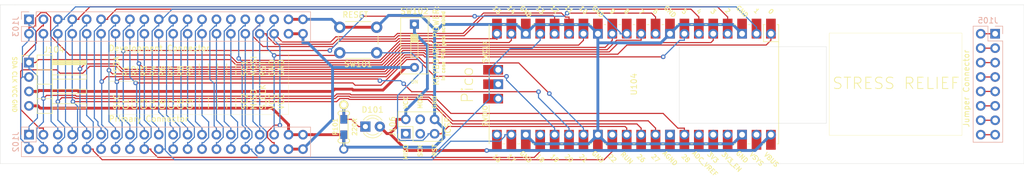
<source format=kicad_pcb>
(kicad_pcb (version 20221018) (generator pcbnew)
  (layers (0 "F.Cu" signal) (31 "B.Cu" signal) (34 "B.Paste" user) (35 "F.Paste" user) (36 "B.SilkS" user "B.Silkscreen") (37 "F.SilkS" user "F.Silkscreen") (38 "B.Mask" user) (39 "F.Mask" user) (44 "Edge.Cuts" user))
  (net 0 "")
  (net 1 "VCC")
  (net 2 "GND")
  (net 3 "Net-(D101-K)")
  (net 4 "VCC_RAW")
  (net 5 "SDA")
  (net 6 "SCL")
  (net 7 "SW_ROW1")
  (net 8 "SW_COL1")
  (net 9 "SW_ROW2")
  (net 10 "SW_COL2")
  (net 11 "SW_COL3")
  (net 12 "SW_COL4")
  (net 13 "SW_ROW5")
  (net 14 "SW_COL5")
  (net 15 "SW_ROW6")
  (net 16 "SW_COL6")
  (net 17 "SW_ROW7")
  (net 18 "SW_COL7")
  (net 19 "SW_ROW8")
  (net 20 "SW_COL8")
  (net 21 "SW_ROW9")
  (net 22 "SW_COL9")
  (net 23 "/DP21")
  (net 24 "/DP22")
  (net 25 "/DP23")
  (net 26 "/DP24")
  (net 27 "/DP25")
  (net 28 "/DP26")
  (net 29 "/DP27")
  (net 30 "/DP28")
  (net 31 "/DP29")
  (net 32 "/DP30")
  (net 33 "SPI_CS1")
  (net 34 "SPI_CS2")
  (net 35 "SPI_MOSI")
  (net 36 "SPI_MISO")
  (net 37 "RST")
  (net 38 "SPI_CLK")
  (net 39 "Net-(J105-Pin_1)")
  (net 40 "Net-(J105-Pin_3)")
  (net 41 "Net-(J105-Pin_5)")
  (net 42 "Net-(J105-Pin_7)")
  (net 43 "Net-(J105-Pin_10)")
  (net 44 "Net-(J105-Pin_11)")
  (net 45 "Net-(J105-Pin_13)")
  (net 46 "Net-(J105-Pin_15)")
  (net 47 "SW_ROW3")
  (net 48 "SW_ROW4")
  (net 58 "/MISO")
  (net 59 "/SCLK")
  (net 60 "/MOSI")
  (footprint "MountingHole:MountingHole_2.7mm" (layer "F.Cu") (at 184.15 201.316)
    (fp_text reference "H104" hide)
    (fp_text value "Stress Relief" hide)
  )
  (footprint "MountingHole:MountingHole_2.7mm" (layer "F.Cu") (at 175.514 201.316)
    (fp_text reference "H102" hide)
    (fp_text value "Stress Relief" hide)
  )
  (footprint "MountingHole:MountingHole_2.7mm" (layer "F.Cu") (at 175.514 189.336)
    (fp_text reference "H101" hide)
    (fp_text value "Stress Relief" hide)
  )
  (footprint "Button_Switch_THT:SW_PUSH_6mm" (layer "F.Cu") (at 92.733 189.793 180)
    (fp_text reference "SW101")
    (fp_text value "RESET")
  )
  (footprint "keebio:Resistor-Hybrid" (layer "F.Cu") (at 86.943 202.863 -90)
    (fp_text reference "R101")
    (fp_text value "220R")
  )
  (footprint "MountingHole:MountingHole_2.7mm" (layer "F.Cu") (at 192.786 189.336)
    (fp_text reference "H105" hide)
    (fp_text value "Stress Relief" hide)
  )
  (footprint "Button_Switch_THT:SW_DIP_SPSTx01_Slide_9.78x4.72mm_W7.62mm_P2.54mm" (layer "F.Cu") (at 99.389 184.749 -90)
    (fp_text reference "SW102")
    (fp_text value "SW_DIP_x01")
  )
  (footprint "LED_THT:LED_D3.0mm" (layer "F.Cu") (at 90.753 202.783)
    (fp_text reference "D101")
    (fp_text value "LED")
  )
  (footprint "MountingHole:MountingHole_2.7mm" (layer "F.Cu") (at 192.786 201.316)
    (fp_text reference "H106" hide)
    (fp_text value "Stress Relief" hide)
  )
  (footprint "MountingHole:MountingHole_2.7mm" (layer "F.Cu") (at 184.15 189.336)
    (fp_text reference "H103" hide)
    (fp_text value "Stress Relief" hide)
  )
  (footprint "Connector_PinHeader_2.54mm:PinHeader_2x03_P2.54mm_Vertical" (layer "F.Cu") (at 97.865 204.053 90)
    (fp_text reference "J106")
    (fp_text value "ICSP")
  )
  (footprint "Connector_PinHeader_2.54mm:PinHeader_1x04_P2.54mm_Horizontal" (layer "F.Cu") (at 31.496 191.516)
    (fp_text reference "J104")
    (fp_text value "I2C DISPLAY")
  )
  (footprint "pico:RPi_Pico_SMD_TH" (layer "F.Cu") (at 138.049 195.326 -90)
    (fp_text reference "U104")
    (fp_text value "Pico")
  )
  (footprint "Connector_PinHeader_2.54mm:PinHeader_2x20_P2.54mm_Vertical" (layer "B.Cu") (at 31.496 183.896 -90)
    (fp_text reference "J103")
    (fp_text value "Development Connector")
  )
  (footprint "Connector_PinHeader_2.54mm:PinHeader_2x08_P2.54mm_Vertical" (layer "B.Cu") (at 201.676 186.436 180)
    (fp_text reference "J105")
    (fp_text value "Jumper Connector")
  )
  (footprint "Connector_PinHeader_2.54mm:PinHeader_2x20_P2.54mm_Vertical" (layer "B.Cu") (at 31.496 204.216 -90)
    (fp_text reference "J102")
    (fp_text value "Primary Connector")
  )
  (gr_rect locked (start 172.466 186.309) (end 195.834 204.343) (stroke (width 0.05)) (fill none) (layer "F.SilkS"))
  (gr_line (start 26.416 209.296) (end 26.416 181.356) (stroke (width 0.05)) (layer "Edge.Cuts"))
  (gr_line (start 26.416 181.356) (end 28.956 181.356) (stroke (width 0.05)) (layer "Edge.Cuts"))
  (gr_line (start 206.756 181.356) (end 206.756 209.296) (stroke (width 0.05)) (layer "Edge.Cuts"))
  (gr_line (start 28.956 181.356) (end 206.756 181.356) (stroke (width 0.05)) (layer "Edge.Cuts"))
  (gr_rect (start 146.05 188.722) (end 171.958 202.184) (stroke (width 0.05)) (fill none) (layer "Edge.Cuts"))
  (gr_line (start 206.756 209.296) (end 26.416 209.296) (stroke (width 0.05)) (layer "Edge.Cuts"))
  (gr_rect (start 165.1 201.168) (end 165.1 201.168) (stroke (width 0.05)) (fill none) (layer "Edge.Cuts"))
  (gr_text locked "STRESS RELIEF" (at 172.886904 196.342) (layer "F.SilkS") (effects (font (size 2 2)) (justify left bottom)))
  (gr_text_box "*SDA\nR1\nR2\nR3\nR4\nR6\nR7\nR8\nR9\n--\n--\n--\n--\n--\nSC1\nMOSI\nRST\nGND\nGND" (start 45.593 194.818) (end 77.216 189.738) (angle 90) (layer "F.SilkS") (effects (font (size 1 1)) (justify left top)) (stroke (width 0.05)))
  (gr_text_box "SLC\nC1\nC2\nC3\nC4\nC6\nC7\nC8\nC9\n--\n--\n--\n--\n--\nSC2\nMISO\nS_CLK\nVCC\nVCC" (start 45.593 200.66) (end 77.216 194.818) (angle 90) (layer "F.SilkS") (effects (font (size 1 1)) (justify left top)) (stroke (width 0.05)))
  (segment (start 79.756 206.756) (end 77.216 206.756) (width 0.5) (layer "F.Cu") (net 1))
  (segment (start 31.496 196.596) (end 33.0961 196.596) (width 0.5) (layer "F.Cu") (net 1))
  (segment (start 88.4283 196.1944) (end 88.5878 196.3539) (width 0.5) (layer "F.Cu") (net 1))
  (segment (start 40.1945 196.5945) (end 84.9592 196.5945) (width 0.5) (layer "F.Cu") (net 1))
  (segment (start 93.854 196.3539) (end 97.8389 192.369) (width 0.5) (layer "F.Cu") (net 1))
  (segment (start 85.3593 196.1944) (end 88.4283 196.1944) (width 0.5) (layer "F.Cu") (net 1))
  (segment (start 88.5878 196.3539) (end 93.854 196.3539) (width 0.5) (layer "F.Cu") (net 1))
  (segment (start 33.0961 196.596) (end 33.2483 196.4438) (width 0.5) (layer "F.Cu") (net 1))
  (segment (start 99.389 192.369) (end 97.8389 192.369) (width 0.5) (layer "F.Cu") (net 1))
  (segment (start 40.0438 196.4438) (end 40.1945 196.5945) (width 0.5) (layer "F.Cu") (net 1))
  (segment (start 33.2483 196.4438) (end 40.0438 196.4438) (width 0.5) (layer "F.Cu") (net 1))
  (segment (start 84.9592 196.5945) (end 85.3593 196.1944) (width 0.5) (layer "F.Cu") (net 1))
  (segment (start 79.756 186.436) (end 77.216 186.436) (width 0.5) (layer "F.Cu") (net 1))
  (segment (start 79.756 206.756) (end 84.968 201.544) (width 0.5) (layer "B.Cu") (net 1))
  (segment (start 79.756 186.436) (end 79.756 188.0361) (width 0.5) (layer "B.Cu") (net 1))
  (segment (start 84.968 192.369) (end 80.6351 188.0361) (width 0.5) (layer "B.Cu") (net 1))
  (segment (start 84.968 192.369) (end 99.389 192.369) (width 0.5) (layer "B.Cu") (net 1))
  (segment (start 84.968 201.544) (end 84.968 192.369) (width 0.5) (layer "B.Cu") (net 1))
  (segment (start 80.6351 188.0361) (end 79.756 188.0361) (width 0.5) (layer "B.Cu") (net 1))
  (segment (start 74.3223 199.5442) (end 33.5043 199.5442) (width 0.5) (layer "F.Cu") (net 2))
  (segment (start 33.5043 199.5442) (end 33.0961 199.136) (width 0.5) (layer "F.Cu") (net 2))
  (segment (start 31.496 199.136) (end 33.0961 199.136) (width 0.5) (layer "F.Cu") (net 2))
  (segment (start 79.756 204.216) (end 81.3561 204.216) (width 0.5) (layer "F.Cu") (net 2))
  (segment (start 77.216 202.6159) (end 77.216 202.4379) (width 0.5) (layer "F.Cu") (net 2))
  (segment (start 86.233 185.293) (end 92.733 185.293) (width 0.5) (layer "F.Cu") (net 2))
  (segment (start 81.3561 204.216) (end 81.3591 204.213) (width 0.5) (layer "F.Cu") (net 2))
  (segment (start 77.216 204.216) (end 79.756 204.216) (width 0.5) (layer "F.Cu") (net 2))
  (segment (start 77.216 202.4379) (end 74.3223 199.5442) (width 0.5) (layer "F.Cu") (net 2))
  (segment (start 86.943 205.363) (end 86.943 204.213) (width 0.5) (layer "F.Cu") (net 2))
  (segment (start 77.216 204.216) (end 77.216 202.6159) (width 0.5) (layer "F.Cu") (net 2))
  (segment (start 81.3591 204.213) (end 86.943 204.213) (width 0.5) (layer "F.Cu") (net 2))
  (segment (start 86.943 206.763) (end 86.943 205.363) (width 0.5) (layer "F.Cu") (net 2))
  (segment (start 79.756 183.896) (end 77.216 183.896) (width 0.5) (layer "F.Cu") (net 2))
  (segment (start 79.756 183.896) (end 84.836 183.896) (width 0.5) (layer "B.Cu") (net 2))
  (segment (start 120.6059 205.8229) (end 118.999 204.216) (width 0.5) (layer "B.Cu") (net 2))
  (segment (start 86.943 206.413) (end 102.8765 206.413) (width 0.5) (layer "B.Cu") (net 2))
  (segment (start 130.0921 205.8229) (end 120.6059 205.8229) (width 0.5) (layer "B.Cu") (net 2))
  (segment (start 131.699 188.0361) (end 131.699 202.6159) (width 0.5) (layer "B.Cu") (net 2))
  (segment (start 104.5678 204.7217) (end 104.5678 203.1358) (width 0.5) (layer "B.Cu") (net 2))
  (segment (start 131.699 186.436) (end 131.699 188.0361) (width 0.5) (layer "B.Cu") (net 2))
  (segment (start 120.6093 184.8257) (end 130.0887 184.8257) (width 0.5) (layer "B.Cu") (net 2))
  (segment (start 155.4819 184.8189) (end 157.099 186.436) (width 0.5) (layer "B.Cu") (net 2))
  (segment (start 86.943 205.363) (end 86.943 204.213) (width 0.5) (layer "B.Cu") (net 2))
  (segment (start 86.943 206.063) (end 86.943 206.413) (width 0.5) (layer "B.Cu") (net 2))
  (segment (start 102.945 186.2076) (end 102.945 199.9129) (width 0.5) (layer "B.Cu") (net 2))
  (segment (start 84.836 183.896) (end 86.233 185.293) (width 0.5) (layer "B.Cu") (net 2))
  (segment (start 131.699 188.0361) (end 142.7989 188.0361) (width 0.5) (layer "B.Cu") (net 2))
  (segment (start 86.943 206.063) (end 86.943 205.363) (width 0.5) (layer "B.Cu") (net 2))
  (segment (start 104.3548 184.7978) (end 103.2287 185.9239) (width 0.5) (layer "B.Cu") (net 2))
  (segment (start 146.0161 184.8189) (end 155.4819 184.8189) (width 0.5) (layer "B.Cu") (net 2))
  (segment (start 130.0887 184.8257) (end 131.699 186.436) (width 0.5) (layer "B.Cu") (net 2))
  (segment (start 157.099 204.216) (end 155.4921 205.8229) (width 0.5) (layer "B.Cu") (net 2))
  (segment (start 86.943 206.413) (end 86.943 206.763) (width 0.5) (layer "B.Cu") (net 2))
  (segment (start 102.945 201.513) (end 102.945 199.9129) (width 0.5) (layer "B.Cu") (net 2))
  (segment (start 144.399 186.436) (end 146.0161 184.8189) (width 0.5) (layer "B.Cu") (net 2))
  (segment (start 117.3608 184.7978) (end 104.3548 184.7978) (width 0.5) (layer "B.Cu") (net 2))
  (segment (start 100.5036 183.1988) (end 94.8272 183.1988) (width 0.5) (layer "B.Cu") (net 2))
  (segment (start 142.7989 188.0361) (end 144.399 186.436) (width 0.5) (layer "B.Cu") (net 2))
  (segment (start 104.5678 203.1358) (end 102.945 201.513) (width 0.5) (layer "B.Cu") (net 2))
  (segment (start 131.699 204.216) (end 130.0921 205.8229) (width 0.5) (layer "B.Cu") (net 2))
  (segment (start 103.2287 185.9239) (end 102.945 186.2076) (width 0.5) (layer "B.Cu") (net 2))
  (segment (start 118.999 186.436) (end 117.3608 184.7978) (width 0.5) (layer "B.Cu") (net 2))
  (segment (start 102.8765 206.413) (end 104.5678 204.7217) (width 0.5) (layer "B.Cu") (net 2))
  (segment (start 155.4921 205.8229) (end 133.3059 205.8229) (width 0.5) (layer "B.Cu") (net 2))
  (segment (start 118.999 186.436) (end 120.6093 184.8257) (width 0.5) (layer "B.Cu") (net 2))
  (segment (start 103.2287 185.9239) (end 100.5036 183.1988) (width 0.5) (layer "B.Cu") (net 2))
  (segment (start 94.8272 183.1988) (end 92.733 185.293) (width 0.5) (layer "B.Cu") (net 2))
  (segment (start 133.3059 205.8229) (end 131.699 204.216) (width 0.5) (layer "B.Cu") (net 2))
  (segment (start 131.699 204.216) (end 131.699 202.6159) (width 0.5) (layer "B.Cu") (net 2))
  (segment (start 86.943 200.938) (end 86.943 201.513) (width 0.2) (layer "F.Cu") (net 3))
  (segment (start 88.2829 201.513) (end 89.5529 202.783) (width 0.2) (layer "F.Cu") (net 3))
  (segment (start 86.943 201.513) (end 88.2829 201.513) (width 0.2) (layer "F.Cu") (net 3))
  (segment (start 86.943 200.363) (end 86.943 198.963) (width 0.2) (layer "F.Cu") (net 3))
  (segment (start 90.753 202.783) (end 89.5529 202.783) (width 0.2) (layer "F.Cu") (net 3))
  (segment (start 86.943 200.938) (end 86.943 200.363) (width 0.2) (layer "F.Cu") (net 3))
  (segment (start 86.943 200.363) (end 86.943 201.513) (width 0.2) (layer "B.Cu") (net 3))
  (segment (start 86.943 200.363) (end 86.943 198.963) (width 0.2) (layer "B.Cu") (net 3))
  (segment (start 95.0573 204.0271) (end 96.2649 202.8195) (width 0.5) (layer "F.Cu") (net 4))
  (segment (start 96.2649 202.8195) (end 96.2649 201.513) (width 0.5) (layer "F.Cu") (net 4))
  (segment (start 94.5371 204.0271) (end 95.0573 204.0271) (width 0.5) (layer "F.Cu") (net 4))
  (segment (start 93.293 202.783) (end 94.5371 204.0271) (width 0.5) (layer "F.Cu") (net 4))
  (segment (start 95.0573 204.0271) (end 98.0295 206.9993) (width 0.5) (layer "F.Cu") (net 4))
  (segment (start 97.865 201.513) (end 96.2649 201.513) (width 0.5) (layer "F.Cu") (net 4))
  (segment (start 98.0295 206.9993) (end 112.1164 206.9993) (width 0.5) (layer "F.Cu") (net 4))
  (via (at 112.1164 206.9993) (size 0.8) (drill 0.4) (layers "F.Cu" "B.Cu") (net 4))
  (segment (start 159.3957 206.9993) (end 112.1164 206.9993) (width 0.5) (layer "B.Cu") (net 4))
  (segment (start 162.179 204.216) (end 159.3957 206.9993) (width 0.5) (layer "B.Cu") (net 4))
  (segment (start 97.865 201.513) (end 97.865 199.9129) (width 0.5) (layer "B.Cu") (net 4))
  (segment (start 101.6738 196.1041) (end 101.6738 188.5839) (width 0.5) (layer "B.Cu") (net 4))
  (segment (start 99.389 184.749) (end 99.389 186.2991) (width 0.5) (layer "B.Cu") (net 4))
  (segment (start 97.865 199.9129) (end 101.6738 196.1041) (width 0.5) (layer "B.Cu") (net 4))
  (segment (start 101.6738 188.5839) (end 99.389 186.2991) (width 0.5) (layer "B.Cu") (net 4))
  (segment (start 134.239 186.436) (end 134.239 187.5861) (width 0.2) (layer "F.Cu") (net 5))
  (segment (start 32.6461 191.516) (end 33.175 190.9871) (width 0.2) (layer "F.Cu") (net 5))
  (segment (start 97.0443 188.5665) (end 101.5657 188.5665) (width 0.2) (layer "F.Cu") (net 5))
  (segment (start 67.955 191.916) (end 93.6948 191.916) (width 0.2) (layer "F.Cu") (net 5))
  (segment (start 33.175 190.9871) (end 67.0261 190.9871) (width 0.2) (layer "F.Cu") (net 5))
  (segment (start 31.496 191.516) (end 32.6461 191.516) (width 0.2) (layer "F.Cu") (net 5))
  (segment (start 132.9847 188.8404) (end 134.239 187.5861) (width 0.2) (layer "F.Cu") (net 5))
  (segment (start 93.6948 191.916) (end 97.0443 188.5665) (width 0.2) (layer "F.Cu") (net 5))
  (segment (start 101.8396 188.8404) (end 132.9847 188.8404) (width 0.2) (layer "F.Cu") (net 5))
  (segment (start 67.0261 190.9871) (end 67.955 191.916) (width 0.2) (layer "F.Cu") (net 5))
  (segment (start 101.5657 188.5665) (end 101.8396 188.8404) (width 0.2) (layer "F.Cu") (net 5))
  (segment (start 32.9851 193.8677) (end 31.7835 192.6661) (width 0.2) (layer "B.Cu") (net 5))
  (segment (start 31.496 204.216) (end 31.496 202.7687) (width 0.2) (layer "B.Cu") (net 5))
  (segment (start 31.496 202.7687) (end 32.9851 201.2796) (width 0.2) (layer "B.Cu") (net 5))
  (segment (start 31.496 191.516) (end 31.496 192.6661) (width 0.2) (layer "B.Cu") (net 5))
  (segment (start 32.6461 189.2158) (end 31.496 190.3659) (width 0.2) (layer "B.Cu") (net 5))
  (segment (start 31.7835 185.0461) (end 32.6461 185.9087) (width 0.2) (layer "B.Cu") (net 5))
  (segment (start 31.496 191.516) (end 31.496 190.3659) (width 0.2) (layer "B.Cu") (net 5))
  (segment (start 32.9851 201.2796) (end 32.9851 193.8677) (width 0.2) (layer "B.Cu") (net 5))
  (segment (start 32.6461 185.9087) (end 32.6461 189.2158) (width 0.2) (layer "B.Cu") (net 5))
  (segment (start 31.7835 192.6661) (end 31.496 192.6661) (width 0.2) (layer "B.Cu") (net 5))
  (segment (start 31.496 185.0461) (end 31.7835 185.0461) (width 0.2) (layer "B.Cu") (net 5))
  (segment (start 31.496 183.896) (end 31.496 185.0461) (width 0.2) (layer "B.Cu") (net 5))
  (segment (start 33.571 182.718) (end 34.5083 182.718) (width 0.2) (layer "F.Cu") (net 6))
  (segment (start 34.5083 182.718) (end 35.306 183.5157) (width 0.2) (layer "F.Cu") (net 6))
  (segment (start 31.496 185.2859) (end 32.2867 185.2859) (width 0.2) (layer "F.Cu") (net 6))
  (segment (start 129.159 186.436) (end 129.159 187.5861) (width 0.2) (layer "F.Cu") (net 6))
  (segment (start 38.6485 190.1878) (end 66.8269 190.1878) (width 0.2) (layer "F.Cu") (net 6))
  (segment (start 128.3048 188.4403) (end 129.159 187.5861) (width 0.2) (layer "F.Cu") (net 6))
  (segment (start 93.5291 191.5159) (end 96.8786 188.1664) (width 0.2) (layer "F.Cu") (net 6))
  (segment (start 32.6461 184.9265) (end 32.6461 183.6429) (width 0.2) (layer "F.Cu") (net 6))
  (segment (start 31.496 186.436) (end 31.496 185.2859) (width 0.2) (layer "F.Cu") (net 6))
  (segment (start 32.2867 185.2859) (end 32.6461 184.9265) (width 0.2) (layer "F.Cu") (net 6))
  (segment (start 66.8269 190.1878) (end 68.155 191.5159) (width 0.2) (layer "F.Cu") (net 6))
  (segment (start 101.7314 188.1664) (end 102.0053 188.4403) (width 0.2) (layer "F.Cu") (net 6))
  (segment (start 96.8786 188.1664) (end 101.7314 188.1664) (width 0.2) (layer "F.Cu") (net 6))
  (segment (start 35.306 183.5157) (end 35.306 186.8453) (width 0.2) (layer "F.Cu") (net 6))
  (segment (start 68.155 191.5159) (end 93.5291 191.5159) (width 0.2) (layer "F.Cu") (net 6))
  (segment (start 32.6461 183.6429) (end 33.571 182.718) (width 0.2) (layer "F.Cu") (net 6))
  (segment (start 102.0053 188.4403) (end 128.3048 188.4403) (width 0.2) (layer "F.Cu") (net 6))
  (segment (start 35.306 186.8453) (end 38.6485 190.1878) (width 0.2) (layer "F.Cu") (net 6))
  (segment (start 31.496 186.436) (end 31.496 187.5861) (width 0.2) (layer "B.Cu") (net 6))
  (segment (start 31.496 206.756) (end 31.496 205.6059) (width 0.2) (layer "B.Cu") (net 6))
  (segment (start 30.3459 188.7362) (end 31.496 187.5861) (width 0.2) (layer "B.Cu") (net 6))
  (segment (start 30.0391 204.9397) (end 30.0391 194.3628) (width 0.2) (layer "B.Cu") (net 6))
  (segment (start 30.0391 194.3628) (end 30.3459 194.056) (width 0.2) (layer "B.Cu") (net 6))
  (segment (start 30.7053 205.6059) (end 30.0391 204.9397) (width 0.2) (layer "B.Cu") (net 6))
  (segment (start 31.496 194.056) (end 30.3459 194.056) (width 0.2) (layer "B.Cu") (net 6))
  (segment (start 30.3459 194.056) (end 30.3459 188.7362) (width 0.2) (layer "B.Cu") (net 6))
  (segment (start 31.496 205.6059) (end 30.7053 205.6059) (width 0.2) (layer "B.Cu") (net 6))
  (segment (start 40.9816 193.3877) (end 42.2088 192.1605) (width 0.2) (layer "F.Cu") (net 7))
  (segment (start 101.0686 189.7668) (end 101.3425 190.0407) (width 0.2) (layer "F.Cu") (net 7))
  (segment (start 32.766 186.0778) (end 33.7977 185.0461) (width 0.2) (layer "F.Cu") (net 7))
  (segment (start 30.2836 192.786) (end 30.2836 190.563) (width 0.2) (layer "F.Cu") (net 7))
  (segment (start 36.9602 193.3877) (end 40.9816 193.3877) (width 0.2) (layer "F.Cu") (net 7))
  (segment (start 30.0268 193.0428) (end 30.2836 192.786) (width 0.2) (layer "F.Cu") (net 7))
  (segment (start 42.2088 192.1605) (end 46.8329 192.1605) (width 0.2) (layer "F.Cu") (net 7))
  (segment (start 162.179 186.436) (end 162.179 187.5861) (width 0.2) (layer "F.Cu") (net 7))
  (segment (start 47.7887 193.1163) (end 94.1919 193.1163) (width 0.2) (layer "F.Cu") (net 7))
  (segment (start 34.036 183.896) (end 34.036 185.0461) (width 0.2) (layer "F.Cu") (net 7))
  (segment (start 36.3585 192.786) (end 36.9602 193.3877) (width 0.2) (layer "F.Cu") (net 7))
  (segment (start 161.3433 188.4218) (end 162.179 187.5861) (width 0.2) (layer "F.Cu") (net 7))
  (segment (start 34.036 203.0659) (end 33.3172 203.0659) (width 0.2) (layer "F.Cu") (net 7))
  (segment (start 94.1919 193.1163) (end 97.5414 189.7668) (width 0.2) (layer "F.Cu") (net 7))
  (segment (start 30.0268 199.7755) (end 30.0268 193.0428) (width 0.2) (layer "F.Cu") (net 7))
  (segment (start 33.3172 203.0659) (end 30.0268 199.7755) (width 0.2) (layer "F.Cu") (net 7))
  (segment (start 32.766 188.0806) (end 32.766 186.0778) (width 0.2) (layer "F.Cu") (net 7))
  (segment (start 30.2836 192.786) (end 36.3585 192.786) (width 0.2) (layer "F.Cu") (net 7))
  (segment (start 135.2009 190.0407) (end 136.8198 188.4218) (width 0.2) (layer "F.Cu") (net 7))
  (segment (start 46.8329 192.1605) (end 47.7887 193.1163) (width 0.2) (layer "F.Cu") (net 7))
  (segment (start 97.5414 189.7668) (end 101.0686 189.7668) (width 0.2) (layer "F.Cu") (net 7))
  (segment (start 34.036 204.216) (end 34.036 203.0659) (width 0.2) (layer "F.Cu") (net 7))
  (segment (start 33.7977 185.0461) (end 34.036 185.0461) (width 0.2) (layer "F.Cu") (net 7))
  (segment (start 30.2836 190.563) (end 32.766 188.0806) (width 0.2) (layer "F.Cu") (net 7))
  (segment (start 101.3425 190.0407) (end 135.2009 190.0407) (width 0.2) (layer "F.Cu") (net 7))
  (segment (start 136.8198 188.4218) (end 161.3433 188.4218) (width 0.2) (layer "F.Cu") (net 7))
  (segment (start 34.5868 197.2939) (end 39.6917 197.2939) (width 0.2) (layer "F.Cu") (net 8))
  (segment (start 39.6917 197.2939) (end 39.8424 197.4446) (width 0.2) (layer "F.Cu") (net 8))
  (segment (start 85.7114 197.0445) (end 88.0762 197.0445) (width 0.2) (layer "F.Cu") (net 8))
  (segment (start 102.5517 197.204) (end 105.8179 200.4702) (width 0.2) (layer "F.Cu") (net 8))
  (segment (start 85.3113 197.4446) (end 85.7114 197.0445) (width 0.2) (layer "F.Cu") (net 8))
  (segment (start 105.8179 200.4702) (end 143.1932 200.4702) (width 0.2) (layer "F.Cu") (net 8))
  (segment (start 146.939 204.216) (end 146.939 203.0659) (width 0.2) (layer "F.Cu") (net 8))
  (segment (start 143.1932 200.4702) (end 145.7889 203.0659) (width 0.2) (layer "F.Cu") (net 8))
  (segment (start 145.7889 203.0659) (end 146.939 203.0659) (width 0.2) (layer "F.Cu") (net 8))
  (segment (start 88.0762 197.0445) (end 88.2357 197.204) (width 0.2) (layer "F.Cu") (net 8))
  (segment (start 34.036 197.8447) (end 34.5868 197.2939) (width 0.2) (layer "F.Cu") (net 8))
  (segment (start 39.8424 197.4446) (end 85.3113 197.4446) (width 0.2) (layer "F.Cu") (net 8))
  (segment (start 88.2357 197.204) (end 102.5517 197.204) (width 0.2) (layer "F.Cu") (net 8))
  (via (at 34.036 197.8447) (size 0.8) (drill 0.4) (layers "F.Cu" "B.Cu") (net 8))
  (segment (start 34.036 206.756) (end 34.036 205.6059) (width 0.2) (layer "B.Cu") (net 8))
  (segment (start 34.036 205.6059) (end 33.7485 205.6059) (width 0.2) (layer "B.Cu") (net 8))
  (segment (start 32.8712 203.1408) (end 34.036 201.976) (width 0.2) (layer "B.Cu") (net 8))
  (segment (start 34.036 197.8447) (end 34.036 186.436) (width 0.2) (layer "B.Cu") (net 8))
  (segment (start 32.8712 204.7286) (end 32.8712 203.1408) (width 0.2) (layer "B.Cu") (net 8))
  (segment (start 33.7485 205.6059) (end 32.8712 204.7286) (width 0.2) (layer "B.Cu") (net 8))
  (segment (start 34.036 201.976) (end 34.036 197.8447) (width 0.2) (layer "B.Cu") (net 8))
  (segment (start 35.3854 185.9984) (end 36.3377 185.0461) (width 0.2) (layer "B.Cu") (net 9))
  (segment (start 35.3854 201.8753) (end 35.3854 185.9984) (width 0.2) (layer "B.Cu") (net 9))
  (segment (start 159.639 186.436) (end 159.639 185.2859) (width 0.2) (layer "B.Cu") (net 9))
  (segment (start 39.6822 181.7016) (end 37.7261 183.6577) (width 0.2) (layer "B.Cu") (net 9))
  (segment (start 156.0547 181.7016) (end 39.6822 181.7016) (width 0.2) (layer "B.Cu") (net 9))
  (segment (start 36.576 203.0659) (end 35.3854 201.8753) (width 0.2) (layer "B.Cu") (net 9))
  (segment (start 36.576 183.896) (end 37.7261 183.896) (width 0.2) (layer "B.Cu") (net 9))
  (segment (start 36.576 204.216) (end 36.576 203.0659) (width 0.2) (layer "B.Cu") (net 9))
  (segment (start 37.7261 183.6577) (end 37.7261 183.896) (width 0.2) (layer "B.Cu") (net 9))
  (segment (start 36.576 183.896) (end 36.576 185.0461) (width 0.2) (layer "B.Cu") (net 9))
  (segment (start 159.639 185.2859) (end 156.0547 181.7016) (width 0.2) (layer "B.Cu") (net 9))
  (segment (start 36.3377 185.0461) (end 36.576 185.0461) (width 0.2) (layer "B.Cu") (net 9))
  (segment (start 37.2824 197.694) (end 39.526 197.694) (width 0.2) (layer "F.Cu") (net 10))
  (segment (start 141.859 204.216) (end 141.859 203.0659) (width 0.2) (layer "F.Cu") (net 10))
  (segment (start 36.5823 198.3941) (end 37.2824 197.694) (width 0.2) (layer "F.Cu") (net 10))
  (segment (start 39.526 197.694) (end 39.6767 197.8447) (width 0.2) (layer "F.Cu") (net 10))
  (segment (start 106.1006 201.768) (end 140.5611 201.768) (width 0.2) (layer "F.Cu") (net 10))
  (segment (start 140.5611 201.768) (end 141.859 203.0659) (width 0.2) (layer "F.Cu") (net 10))
  (segment (start 85.477 197.8447) (end 85.8771 197.4446) (width 0.2) (layer "F.Cu") (net 10))
  (segment (start 39.6767 197.8447) (end 85.477 197.8447) (width 0.2) (layer "F.Cu") (net 10))
  (segment (start 101.9367 197.6041) (end 106.1006 201.768) (width 0.2) (layer "F.Cu") (net 10))
  (segment (start 87.9105 197.4446) (end 88.07 197.6041) (width 0.2) (layer "F.Cu") (net 10))
  (segment (start 85.8771 197.4446) (end 87.9105 197.4446) (width 0.2) (layer "F.Cu") (net 10))
  (segment (start 88.07 197.6041) (end 101.9367 197.6041) (width 0.2) (layer "F.Cu") (net 10))
  (via (at 36.5823 198.3941) (size 0.8) (drill 0.4) (layers "F.Cu" "B.Cu") (net 10))
  (segment (start 36.5823 198.3941) (end 36.5823 201.6467) (width 0.2) (layer "B.Cu") (net 10))
  (segment (start 36.576 186.436) (end 36.576 198.3878) (width 0.2) (layer "B.Cu") (net 10))
  (segment (start 37.7666 202.831) (end 37.7666 204.6536) (width 0.2) (layer "B.Cu") (net 10))
  (segment (start 36.576 198.3878) (end 36.5823 198.3941) (width 0.2) (layer "B.Cu") (net 10))
  (segment (start 36.8143 205.6059) (end 36.576 205.6059) (width 0.2) (layer "B.Cu") (net 10))
  (segment (start 36.5823 201.6467) (end 37.7666 202.831) (width 0.2) (layer "B.Cu") (net 10))
  (segment (start 37.7666 204.6536) (end 36.8143 205.6059) (width 0.2) (layer "B.Cu") (net 10))
  (segment (start 36.576 206.756) (end 36.576 205.6059) (width 0.2) (layer "B.Cu") (net 10))
  (segment (start 85.6936 198.3941) (end 86.243 197.8447) (width 0.2) (layer "F.Cu") (net 11))
  (segment (start 87.9043 198.0042) (end 101.7709 198.0042) (width 0.2) (layer "F.Cu") (net 11))
  (segment (start 139.319 204.216) (end 139.319 203.0659) (width 0.2) (layer "F.Cu") (net 11))
  (segment (start 86.243 197.8447) (end 87.7448 197.8447) (width 0.2) (layer "F.Cu") (net 11))
  (segment (start 39.236 198.3941) (end 85.6936 198.3941) (width 0.2) (layer "F.Cu") (net 11))
  (segment (start 87.7448 197.8447) (end 87.9043 198.0042) (width 0.2) (layer "F.Cu") (net 11))
  (segment (start 138.5758 202.3227) (end 139.319 203.0659) (width 0.2) (layer "F.Cu") (net 11))
  (segment (start 101.7709 198.0042) (end 106.0894 202.3227) (width 0.2) (layer "F.Cu") (net 11))
  (segment (start 106.0894 202.3227) (end 138.5758 202.3227) (width 0.2) (layer "F.Cu") (net 11))
  (via (at 39.236 198.3941) (size 0.8) (drill 0.4) (layers "F.Cu" "B.Cu") (net 11))
  (segment (start 40.0505 204.9589) (end 39.4035 205.6059) (width 0.2) (layer "B.Cu") (net 11))
  (segment (start 39.116 198.2741) (end 39.236 198.3941) (width 0.2) (layer "B.Cu") (net 11))
  (segment (start 40.0505 199.2086) (end 40.0505 204.9589) (width 0.2) (layer "B.Cu") (net 11))
  (segment (start 39.4035 205.6059) (end 39.116 205.6059) (width 0.2) (layer "B.Cu") (net 11))
  (segment (start 39.116 186.436) (end 39.116 187.5861) (width 0.2) (layer "B.Cu") (net 11))
  (segment (start 39.236 198.3941) (end 40.0505 199.2086) (width 0.2) (layer "B.Cu") (net 11))
  (segment (start 39.116 206.756) (end 39.116 205.6059) (width 0.2) (layer "B.Cu") (net 11))
  (segment (start 39.116 187.5861) (end 39.116 198.2741) (width 0.2) (layer "B.Cu") (net 11))
  (segment (start 42.8061 206.756) (end 42.8061 207.0435) (width 0.2) (layer "F.Cu") (net 12))
  (segment (start 132.7841 208.621) (end 134.239 207.1661) (width 0.2) (layer "F.Cu") (net 12))
  (segment (start 41.656 206.756) (end 42.8061 206.756) (width 0.2) (layer "F.Cu") (net 12))
  (segment (start 44.3836 208.621) (end 132.7841 208.621) (width 0.2) (layer "F.Cu") (net 12))
  (segment (start 134.239 204.216) (end 134.239 207.1661) (width 0.2) (layer "F.Cu") (net 12))
  (segment (start 42.8061 207.0435) (end 44.3836 208.621) (width 0.2) (layer "F.Cu") (net 12))
  (segment (start 42.811 204.7384) (end 42.811 201.9637) (width 0.2) (layer "B.Cu") (net 12))
  (segment (start 41.9435 205.6059) (end 42.811 204.7384) (width 0.2) (layer "B.Cu") (net 12))
  (segment (start 41.656 200.8087) (end 41.656 186.436) (width 0.2) (layer "B.Cu") (net 12))
  (segment (start 42.811 201.9637) (end 41.656 200.8087) (width 0.2) (layer "B.Cu") (net 12))
  (segment (start 41.656 205.6059) (end 41.9435 205.6059) (width 0.2) (layer "B.Cu") (net 12))
  (segment (start 41.656 206.756) (end 41.656 205.6059) (width 0.2) (layer "B.Cu") (net 12))
  (segment (start 46.9008 182.103) (end 45.3461 183.6577) (width 0.2) (layer "F.Cu") (net 13))
  (segment (start 44.196 183.896) (end 45.3461 183.896) (width 0.2) (layer "F.Cu") (net 13))
  (segment (start 149.479 183.4859) (end 148.0961 182.103) (width 0.2) (layer "F.Cu") (net 13))
  (segment (start 45.3461 183.6577) (end 45.3461 183.896) (width 0.2) (layer "F.Cu") (net 13))
  (segment (start 149.479 186.436) (end 149.479 183.4859) (width 0.2) (layer "F.Cu") (net 13))
  (segment (start 148.0961 182.103) (end 46.9008 182.103) (width 0.2) (layer "F.Cu") (net 13))
  (segment (start 43.011 185.9928) (end 43.9577 185.0461) (width 0.2) (layer "B.Cu") (net 13))
  (segment (start 43.011 201.3152) (end 43.011 185.9928) (width 0.2) (layer "B.Cu") (net 13))
  (segment (start 43.6459 201.9501) (end 43.011 201.3152) (width 0.2) (layer "B.Cu") (net 13))
  (segment (start 43.9577 185.0461) (end 44.196 185.0461) (width 0.2) (layer "B.Cu") (net 13))
  (segment (start 44.196 204.216) (end 44.196 203.0659) (width 0.2) (layer "B.Cu") (net 13))
  (segment (start 44.196 183.896) (end 44.196 185.0461) (width 0.2) (layer "B.Cu") (net 13))
  (segment (start 43.6459 202.5158) (end 43.6459 201.9501) (width 0.2) (layer "B.Cu") (net 13))
  (segment (start 44.196 203.0659) (end 43.6459 202.5158) (width 0.2) (layer "B.Cu") (net 13))
  (segment (start 45.1707 193.9972) (end 94.4426 193.9972) (width 0.2) (layer "F.Cu") (net 14))
  (segment (start 97.8711 190.5687) (end 100.1731 190.5687) (width 0.2) (layer "F.Cu") (net 14))
  (segment (start 44.3063 194.8616) (end 45.1707 193.9972) (width 0.2) (layer "F.Cu") (net 14))
  (segment (start 101.1793 191.5749) (end 117.7536 191.5749) (width 0.2) (layer "F.Cu") (net 14))
  (segment (start 117.7536 191.5749) (end 123.1516 196.9729) (width 0.2) (layer "F.Cu") (net 14))
  (segment (start 100.1731 190.5687) (end 101.1793 191.5749) (width 0.2) (layer "F.Cu") (net 14))
  (segment (start 94.4426 193.9972) (end 97.8711 190.5687) (width 0.2) (layer "F.Cu") (net 14))
  (via (at 123.1516 196.9729) (size 0.8) (drill 0.4) (layers "F.Cu" "B.Cu") (net 14))
  (via (at 44.3063 194.8616) (size 0.8) (drill 0.4) (layers "F.Cu" "B.Cu") (net 14))
  (segment (start 44.3063 194.8616) (end 44.196 194.7513) (width 0.2) (layer "B.Cu") (net 14))
  (segment (start 44.3063 202.4511) (end 44.3063 194.8616) (width 0.2) (layer "B.Cu") (net 14))
  (segment (start 44.196 206.756) (end 44.196 205.6059) (width 0.2) (layer "B.Cu") (net 14))
  (segment (start 45.3462 203.491) (end 44.3063 202.4511) (width 0.2) (layer "B.Cu") (net 14))
  (segment (start 44.196 194.7513) (end 44.196 186.436) (width 0.2) (layer "B.Cu") (net 14))
  (segment (start 129.159 204.216) (end 129.159 203.0659) (width 0.2) (layer "B.Cu") (net 14))
  (segment (start 45.3462 204.7432) (end 45.3462 203.491) (width 0.2) (layer "B.Cu") (net 14))
  (segment (start 123.1516 197.0585) (end 129.159 203.0659) (width 0.2) (layer "B.Cu") (net 14))
  (segment (start 44.4835 205.6059) (end 45.3462 204.7432) (width 0.2) (layer "B.Cu") (net 14))
  (segment (start 44.196 205.6059) (end 44.4835 205.6059) (width 0.2) (layer "B.Cu") (net 14))
  (segment (start 123.1516 196.9729) (end 123.1516 197.0585) (width 0.2) (layer "B.Cu") (net 14))
  (segment (start 94.3576 193.5164) (end 97.7071 190.1669) (width 0.2) (layer "F.Cu") (net 15))
  (segment (start 100.9029 190.1669) (end 101.2418 190.5058) (width 0.2) (layer "F.Cu") (net 15))
  (segment (start 46.226 193.5164) (end 94.3576 193.5164) (width 0.2) (layer "F.Cu") (net 15))
  (segment (start 45.5819 192.8723) (end 46.226 193.5164) (width 0.2) (layer "F.Cu") (net 15))
  (segment (start 97.7071 190.1669) (end 100.9029 190.1669) (width 0.2) (layer "F.Cu") (net 15))
  (segment (start 101.2418 190.5058) (end 143.2058 190.5058) (width 0.2) (layer "F.Cu") (net 15))
  (via (at 143.2058 190.5058) (size 0.8) (drill 0.4) (layers "F.Cu" "B.Cu") (net 15))
  (via (at 45.5819 192.8723) (size 0.8) (drill 0.4) (layers "F.Cu" "B.Cu") (net 15))
  (segment (start 45.5819 192.8723) (end 45.5819 201.9118) (width 0.2) (layer "B.Cu") (net 15))
  (segment (start 46.736 183.896) (end 46.736 185.0461) (width 0.2) (layer "B.Cu") (net 15))
  (segment (start 46.4485 185.0461) (end 45.5819 185.9127) (width 0.2) (layer "B.Cu") (net 15))
  (segment (start 45.5819 201.9118) (end 46.736 203.0659) (width 0.2) (layer "B.Cu") (net 15))
  (segment (start 46.736 204.216) (end 46.736 203.0659) (width 0.2) (layer "B.Cu") (net 15))
  (segment (start 45.5819 185.9127) (end 45.5819 192.8723) (width 0.2) (layer "B.Cu") (net 15))
  (segment (start 46.736 185.0461) (end 46.4485 185.0461) (width 0.2) (layer "B.Cu") (net 15))
  (segment (start 146.939 186.436) (end 146.939 187.5861) (width 0.2) (layer "B.Cu") (net 15))
  (segment (start 146.1255 187.5861) (end 143.2058 190.5058) (width 0.2) (layer "B.Cu") (net 15))
  (segment (start 146.939 187.5861) (end 146.1255 187.5861) (width 0.2) (layer "B.Cu") (net 15))
  (segment (start 121.2436 196.6443) (end 98.8979 196.6443) (width 0.2) (layer "F.Cu") (net 16))
  (segment (start 93.0015 194.3973) (end 93.3063 194.7021) (width 0.2) (layer "F.Cu") (net 16))
  (segment (start 46.9708 194.9069) (end 47.4804 194.3973) (width 0.2) (layer "F.Cu") (net 16))
  (segment (start 98.8979 196.6443) (end 97.4976 195.244) (width 0.2) (layer "F.Cu") (net 16))
  (segment (start 47.4804 194.3973) (end 93.0015 194.3973) (width 0.2) (layer "F.Cu") (net 16))
  (via (at 93.3063 194.7021) (size 0.8) (drill 0.4) (layers "F.Cu" "B.Cu") (net 16))
  (via (at 97.4976 195.244) (size 0.8) (drill 0.4) (layers "F.Cu" "B.Cu") (net 16))
  (via (at 121.2436 196.6443) (size 0.8) (drill 0.4) (layers "F.Cu" "B.Cu") (net 16))
  (via (at 46.9708 194.9069) (size 0.8) (drill 0.4) (layers "F.Cu" "B.Cu") (net 16))
  (segment (start 47.9016 204.7278) (end 47.9016 201.9743) (width 0.2) (layer "B.Cu") (net 16))
  (segment (start 96.9557 194.7021) (end 93.3063 194.7021) (width 0.2) (layer "B.Cu") (net 16))
  (segment (start 46.736 205.6059) (end 47.0235 205.6059) (width 0.2) (layer "B.Cu") (net 16))
  (segment (start 126.619 203.0659) (end 121.2436 197.6905) (width 0.2) (layer "B.Cu") (net 16))
  (segment (start 46.736 206.756) (end 46.736 205.6059) (width 0.2) (layer "B.Cu") (net 16))
  (segment (start 46.736 194.6721) (end 46.736 186.436) (width 0.2) (layer "B.Cu") (net 16))
  (segment (start 97.4976 195.244) (end 96.9557 194.7021) (width 0.2) (layer "B.Cu") (net 16))
  (segment (start 46.9708 201.0435) (end 46.9708 194.9069) (width 0.2) (layer "B.Cu") (net 16))
  (segment (start 47.0235 205.6059) (end 47.9016 204.7278) (width 0.2) (layer "B.Cu") (net 16))
  (segment (start 46.9708 194.9069) (end 46.736 194.6721) (width 0.2) (layer "B.Cu") (net 16))
  (segment (start 47.9016 201.9743) (end 46.9708 201.0435) (width 0.2) (layer "B.Cu") (net 16))
  (segment (start 121.2436 197.6905) (end 121.2436 196.6443) (width 0.2) (layer "B.Cu") (net 16))
  (segment (start 126.619 204.216) (end 126.619 203.0659) (width 0.2) (layer "B.Cu") (net 16))
  (segment (start 90.1014 183.3488) (end 109.9929 183.3488) (width 0.2) (layer "F.Cu") (net 17))
  (segment (start 84.4936 189.3888) (end 48.1873 189.3888) (width 0.2) (layer "F.Cu") (net 17))
  (segment (start 141.1762 182.8031) (end 141.859 183.4859) (width 0.2) (layer "F.Cu") (net 17))
  (segment (start 141.859 186.436) (end 141.859 183.4859) (width 0.2) (layer "F.Cu") (net 17))
  (segment (start 126.2896 182.8031) (end 141.1762 182.8031) (width 0.2) (layer "F.Cu") (net 17))
  (segment (start 48.1873 189.3888) (end 48.1016 189.4745) (width 0.2) (layer "F.Cu") (net 17))
  (via (at 109.9929 183.3488) (size 0.8) (drill 0.4) (layers "F.Cu" "B.Cu") (net 17))
  (via (at 84.4936 189.3888) (size 0.8) (drill 0.4) (layers "F.Cu" "B.Cu") (net 17))
  (via (at 126.2896 182.8031) (size 0.8) (drill 0.4) (layers "F.Cu" "B.Cu") (net 17))
  (via (at 90.1014 183.3488) (size 0.8) (drill 0.4) (layers "F.Cu" "B.Cu") (net 17))
  (via (at 48.1016 189.4745) (size 0.8) (drill 0.4) (layers "F.Cu" "B.Cu") (net 17))
  (segment (start 49.276 183.896) (end 49.276 185.0461) (width 0.2) (layer "B.Cu") (net 17))
  (segment (start 48.1016 185.933) (end 48.9885 185.0461) (width 0.2) (layer "B.Cu") (net 17))
  (segment (start 48.9885 185.0461) (end 49.276 185.0461) (width 0.2) (layer "B.Cu") (net 17))
  (segment (start 125.7439 183.3488) (end 109.9929 183.3488) (width 0.2) (layer "B.Cu") (net 17))
  (segment (start 90.1014 183.3488) (end 90.1014 183.781) (width 0.2) (layer "B.Cu") (net 17))
  (segment (start 49.276 204.216) (end 49.276 203.0659) (width 0.2) (layer "B.Cu") (net 17))
  (segment (start 126.2896 182.8031) (end 125.7439 183.3488) (width 0.2) (layer "B.Cu") (net 17))
  (segment (start 90.1014 183.781) (end 84.4936 189.3888) (width 0.2) (layer "B.Cu") (net 17))
  (segment (start 48.1016 189.4745) (end 48.1016 185.933) (width 0.2) (layer "B.Cu") (net 17))
  (segment (start 48.1016 201.3258) (end 48.1016 189.4745) (width 0.2) (layer "B.Cu") (net 17))
  (segment (start 49.276 203.0659) (end 49.276 202.5002) (width 0.2) (layer "B.Cu") (net 17))
  (segment (start 49.276 202.5002) (end 48.1016 201.3258) (width 0.2) (layer "B.Cu") (net 17))
  (segment (start 88.9399 195.5038) (end 93.5018 195.5038) (width 0.2) (layer "F.Cu") (net 18))
  (segment (start 102.9559 193.9362) (end 115.6074 193.9362) (width 0.2) (layer "F.Cu") (net 18))
  (segment (start 93.5018 195.5038) (end 98.0368 190.9688) (width 0.2) (layer "F.Cu") (net 18))
  (segment (start 98.0368 190.9688) (end 99.9885 190.9688) (width 0.2) (layer "F.Cu") (net 18))
  (segment (start 50.2776 195.0975) (end 88.5336 195.0975) (width 0.2) (layer "F.Cu") (net 18))
  (segment (start 99.9885 190.9688) (end 102.9559 193.9362) (width 0.2) (layer "F.Cu") (net 18))
  (segment (start 88.5336 195.0975) (end 88.9399 195.5038) (width 0.2) (layer "F.Cu") (net 18))
  (via (at 115.6074 193.9362) (size 0.8) (drill 0.4) (layers "F.Cu" "B.Cu") (net 18))
  (via (at 50.2776 195.0975) (size 0.8) (drill 0.4) (layers "F.Cu" "B.Cu") (net 18))
  (segment (start 50.4666 204.6536) (end 49.5143 205.6059) (width 0.2) (layer "B.Cu") (net 18))
  (segment (start 49.5143 205.6059) (end 49.276 205.6059) (width 0.2) (layer "B.Cu") (net 18))
  (segment (start 50.4666 195.2865) (end 50.4666 204.6536) (width 0.2) (layer "B.Cu") (net 18))
  (segment (start 49.276 194.0959) (end 50.2776 195.0975) (width 0.2) (layer "B.Cu") (net 18))
  (segment (start 49.276 206.756) (end 49.276 205.6059) (width 0.2) (layer "B.Cu") (net 18))
  (segment (start 124.079 204.216) (end 124.079 203.0659) (width 0.2) (layer "B.Cu") (net 18))
  (segment (start 49.276 186.436) (end 49.276 194.0959) (width 0.2) (layer "B.Cu") (net 18))
  (segment (start 124.079 203.0659) (end 115.6074 194.5943) (width 0.2) (layer "B.Cu") (net 18))
  (segment (start 50.2776 195.0975) (end 50.4666 195.2865) (width 0.2) (layer "B.Cu") (net 18))
  (segment (start 115.6074 194.5943) (end 115.6074 193.9362) (width 0.2) (layer "B.Cu") (net 18))
  (segment (start 101.6739 189.2405) (end 133.3424 189.2405) (width 0.2) (layer "F.Cu") (net 19))
  (segment (start 97.21 188.9666) (end 101.4 188.9666) (width 0.2) (layer "F.Cu") (net 19))
  (segment (start 134.9968 187.5861) (end 139.319 187.5861) (width 0.2) (layer "F.Cu") (net 19))
  (segment (start 133.3424 189.2405) (end 134.9968 187.5861) (width 0.2) (layer "F.Cu") (net 19))
  (segment (start 101.4 188.9666) (end 101.6739 189.2405) (width 0.2) (layer "F.Cu") (net 19))
  (segment (start 93.8605 192.3161) (end 97.21 188.9666) (width 0.2) (layer "F.Cu") (net 19))
  (segment (start 139.319 186.436) (end 139.319 187.5861) (width 0.2) (layer "F.Cu") (net 19))
  (segment (start 51.4905 192.3161) (end 93.8605 192.3161) (width 0.2) (layer "F.Cu") (net 19))
  (segment (start 50.8616 191.6872) (end 51.4905 192.3161) (width 0.2) (layer "F.Cu") (net 19))
  (via (at 50.8616 191.6872) (size 0.8) (drill 0.4) (layers "F.Cu" "B.Cu") (net 19))
  (segment (start 51.816 203.0659) (end 50.9777 202.2276) (width 0.2) (layer "B.Cu") (net 19))
  (segment (start 51.816 183.896) (end 51.816 185.0461) (width 0.2) (layer "B.Cu") (net 19))
  (segment (start 51.816 185.0461) (end 51.5285 185.0461) (width 0.2) (layer "B.Cu") (net 19))
  (segment (start 51.816 204.216) (end 51.816 203.0659) (width 0.2) (layer "B.Cu") (net 19))
  (segment (start 51.5285 185.0461) (end 50.659 185.9156) (width 0.2) (layer "B.Cu") (net 19))
  (segment (start 50.9777 191.8033) (end 50.8616 191.6872) (width 0.2) (layer "B.Cu") (net 19))
  (segment (start 50.659 185.9156) (end 50.659 191.4846) (width 0.2) (layer "B.Cu") (net 19))
  (segment (start 50.9777 202.2276) (end 50.9777 191.8033) (width 0.2) (layer "B.Cu") (net 19))
  (segment (start 50.659 191.4846) (end 50.8616 191.6872) (width 0.2) (layer "B.Cu") (net 19))
  (segment (start 121.539 207.1661) (end 120.4849 208.2202) (width 0.2) (layer "F.Cu") (net 20))
  (segment (start 51.816 206.756) (end 52.9661 206.756) (width 0.2) (layer "F.Cu") (net 20))
  (segment (start 54.192 208.2202) (end 52.9661 206.9943) (width 0.2) (layer "F.Cu") (net 20))
  (segment (start 121.539 204.216) (end 121.539 207.1661) (width 0.2) (layer "F.Cu") (net 20))
  (segment (start 52.9661 206.9943) (end 52.9661 206.756) (width 0.2) (layer "F.Cu") (net 20))
  (segment (start 120.4849 208.2202) (end 54.192 208.2202) (width 0.2) (layer "F.Cu") (net 20))
  (segment (start 53.0066 202.831) (end 53.0066 204.6536) (width 0.2) (layer "B.Cu") (net 20))
  (segment (start 51.816 186.436) (end 51.816 201.6404) (width 0.2) (layer "B.Cu") (net 20))
  (segment (start 51.816 206.756) (end 51.816 205.6059) (width 0.2) (layer "B.Cu") (net 20))
  (segment (start 52.0543 205.6059) (end 51.816 205.6059) (width 0.2) (layer "B.Cu") (net 20))
  (segment (start 53.0066 204.6536) (end 52.0543 205.6059) (width 0.2) (layer "B.Cu") (net 20))
  (segment (start 51.816 201.6404) (end 53.0066 202.831) (width 0.2) (layer "B.Cu") (net 20))
  (segment (start 136.779 186.436) (end 135.6289 186.436) (width 0.2) (layer "B.Cu") (net 21))
  (segment (start 53.1947 185.9691) (end 54.1177 185.0461) (width 0.2) (layer "B.Cu") (net 21))
  (segment (start 54.356 204.216) (end 54.356 203.0659) (width 0.2) (layer "B.Cu") (net 21))
  (segment (start 54.356 183.896) (end 54.356 184.471) (width 0.2) (layer "B.Cu") (net 21))
  (segment (start 54.356 184.471) (end 54.356 185.0461) (width 0.2) (layer "B.Cu") (net 21))
  (segment (start 56.7252 182.1018) (end 131.533 182.1018) (width 0.2) (layer "B.Cu") (net 21))
  (segment (start 135.6289 186.1977) (end 135.6289 186.436) (width 0.2) (layer "B.Cu") (net 21))
  (segment (start 53.1947 201.9046) (end 53.1947 185.9691) (width 0.2) (layer "B.Cu") (net 21))
  (segment (start 54.356 203.0659) (end 53.1947 201.9046) (width 0.2) (layer "B.Cu") (net 21))
  (segment (start 54.1177 185.0461) (end 54.356 185.0461) (width 0.2) (layer "B.Cu") (net 21))
  (segment (start 54.356 184.471) (end 56.7252 182.1018) (width 0.2) (layer "B.Cu") (net 21))
  (segment (start 131.533 182.1018) (end 135.6289 186.1977) (width 0.2) (layer "B.Cu") (net 21))
  (segment (start 55.5061 206.9943) (end 55.5061 206.756) (width 0.2) (layer "B.Cu") (net 22))
  (segment (start 105.7748 205.3661) (end 102.5222 208.6187) (width 0.2) (layer "B.Cu") (net 22))
  (segment (start 57.1305 208.6187) (end 55.5061 206.9943) (width 0.2) (layer "B.Cu") (net 22))
  (segment (start 115.3089 204.216) (end 115.3089 204.5036) (width 0.2) (layer "B.Cu") (net 22))
  (segment (start 115.3089 204.5036) (end 114.4464 205.3661) (width 0.2) (layer "B.Cu") (net 22))
  (segment (start 54.356 206.756) (end 55.4061 206.756) (width 0.2) (layer "B.Cu") (net 22))
  (segment (start 55.4061 206.756) (end 55.5061 206.756) (width 0.2) (layer "B.Cu") (net 22))
  (segment (start 54.356 200.243) (end 54.356 186.436) (width 0.2) (layer "B.Cu") (net 22))
  (segment (start 55.5061 206.756) (end 55.5061 201.3931) (width 0.2) (layer "B.Cu") (net 22))
  (segment (start 55.5061 201.3931) (end 54.356 200.243) (width 0.2) (layer "B.Cu") (net 22))
  (segment (start 114.4464 205.3661) (end 105.7748 205.3661) (width 0.2) (layer "B.Cu") (net 22))
  (segment (start 102.5222 208.6187) (end 57.1305 208.6187) (width 0.2) (layer "B.Cu") (net 22))
  (segment (start 116.459 204.216) (end 115.3089 204.216) (width 0.2) (layer "B.Cu") (net 22))
  (segment (start 56.3459 201.3844) (end 55.7216 200.7601) (width 0.2) (layer "B.Cu") (net 23))
  (segment (start 56.6085 185.0461) (end 56.896 185.0461) (width 0.2) (layer "B.Cu") (net 23))
  (segment (start 56.896 203.0659) (end 56.3459 202.5158) (width 0.2) (layer "B.Cu") (net 23))
  (segment (start 55.7216 200.7601) (end 55.7216 185.933) (width 0.2) (layer "B.Cu") (net 23))
  (segment (start 55.7216 185.933) (end 56.6085 185.0461) (width 0.2) (layer "B.Cu") (net 23))
  (segment (start 56.896 204.216) (end 56.896 203.0659) (width 0.2) (layer "B.Cu") (net 23))
  (segment (start 56.3459 202.5158) (end 56.3459 201.3844) (width 0.2) (layer "B.Cu") (net 23))
  (segment (start 56.896 183.896) (end 56.896 185.0461) (width 0.2) (layer "B.Cu") (net 23))
  (segment (start 58.0866 204.6536) (end 57.1343 205.6059) (width 0.2) (layer "B.Cu") (net 24))
  (segment (start 58.0866 202.831) (end 58.0866 204.6536) (width 0.2) (layer "B.Cu") (net 24))
  (segment (start 56.896 206.756) (end 56.896 205.6059) (width 0.2) (layer "B.Cu") (net 24))
  (segment (start 56.896 186.436) (end 56.896 201.6404) (width 0.2) (layer "B.Cu") (net 24))
  (segment (start 56.896 201.6404) (end 58.0866 202.831) (width 0.2) (layer "B.Cu") (net 24))
  (segment (start 57.1343 205.6059) (end 56.896 205.6059) (width 0.2) (layer "B.Cu") (net 24))
  (segment (start 59.436 183.896) (end 59.436 185.0461) (width 0.2) (layer "B.Cu") (net 25))
  (segment (start 59.436 203.0659) (end 58.2747 201.9046) (width 0.2) (layer "B.Cu") (net 25))
  (segment (start 59.1977 185.0461) (end 59.436 185.0461) (width 0.2) (layer "B.Cu") (net 25))
  (segment (start 58.2747 185.9691) (end 59.1977 185.0461) (width 0.2) (layer "B.Cu") (net 25))
  (segment (start 58.2747 201.9046) (end 58.2747 185.9691) (width 0.2) (layer "B.Cu") (net 25))
  (segment (start 59.436 204.216) (end 59.436 203.0659) (width 0.2) (layer "B.Cu") (net 25))
  (segment (start 60.6266 204.6536) (end 59.6743 205.6059) (width 0.2) (layer "B.Cu") (net 26))
  (segment (start 60.6266 202.831) (end 60.6266 204.6536) (width 0.2) (layer "B.Cu") (net 26))
  (segment (start 59.6743 205.6059) (end 59.436 205.6059) (width 0.2) (layer "B.Cu") (net 26))
  (segment (start 59.436 186.436) (end 59.436 201.6404) (width 0.2) (layer "B.Cu") (net 26))
  (segment (start 59.436 201.6404) (end 60.6266 202.831) (width 0.2) (layer "B.Cu") (net 26))
  (segment (start 59.436 206.756) (end 59.436 205.6059) (width 0.2) (layer "B.Cu") (net 26))
  (segment (start 61.7377 185.0461) (end 61.976 185.0461) (width 0.2) (layer "B.Cu") (net 27))
  (segment (start 60.8147 201.9046) (end 60.8147 185.9691) (width 0.2) (layer "B.Cu") (net 27))
  (segment (start 61.976 183.896) (end 61.976 185.0461) (width 0.2) (layer "B.Cu") (net 27))
  (segment (start 61.976 203.0659) (end 60.8147 201.9046) (width 0.2) (layer "B.Cu") (net 27))
  (segment (start 61.976 204.216) (end 61.976 203.0659) (width 0.2) (layer "B.Cu") (net 27))
  (segment (start 60.8147 185.9691) (end 61.7377 185.0461) (width 0.2) (layer "B.Cu") (net 27))
  (segment (start 61.976 206.756) (end 61.976 205.6059) (width 0.2) (layer "B.Cu") (net 28))
  (segment (start 61.976 200.8087) (end 61.976 186.436) (width 0.2) (layer "B.Cu") (net 28))
  (segment (start 62.2635 205.6059) (end 63.1416 204.7278) (width 0.2) (layer "B.Cu") (net 28))
  (segment (start 61.976 205.6059) (end 62.2635 205.6059) (width 0.2) (layer "B.Cu") (net 28))
  (segment (start 63.1416 204.7278) (end 63.1416 201.9743) (width 0.2) (layer "B.Cu") (net 28))
  (segment (start 63.1416 201.9743) (end 61.976 200.8087) (width 0.2) (layer "B.Cu") (net 28))
  (segment (start 64.516 203.0659) (end 64.1158 202.6657) (width 0.2) (layer "B.Cu") (net 29))
  (segment (start 63.3547 185.9691) (end 64.2777 185.0461) (width 0.2) (layer "B.Cu") (net 29))
  (segment (start 64.2777 185.0461) (end 64.516 185.0461) (width 0.2) (layer "B.Cu") (net 29))
  (segment (start 64.516 183.896) (end 64.516 185.0461) (width 0.2) (layer "B.Cu") (net 29))
  (segment (start 64.516 204.216) (end 64.516 203.0659) (width 0.2) (layer "B.Cu") (net 29))
  (segment (start 63.3547 194.4616) (end 63.3547 185.9691) (width 0.2) (layer "B.Cu") (net 29))
  (segment (start 64.1158 202.6657) (end 64.1158 195.2227) (width 0.2) (layer "B.Cu") (net 29))
  (segment (start 64.1158 195.2227) (end 63.3547 194.4616) (width 0.2) (layer "B.Cu") (net 29))
  (segment (start 64.516 201.6404) (end 65.7066 202.831) (width 0.2) (layer "B.Cu") (net 30))
  (segment (start 64.516 206.756) (end 64.516 205.6059) (width 0.2) (layer "B.Cu") (net 30))
  (segment (start 64.516 186.436) (end 64.516 201.6404) (width 0.2) (layer "B.Cu") (net 30))
  (segment (start 65.7066 202.831) (end 65.7066 204.6536) (width 0.2) (layer "B.Cu") (net 30))
  (segment (start 64.7543 205.6059) (end 64.516 205.6059) (width 0.2) (layer "B.Cu") (net 30))
  (segment (start 65.7066 204.6536) (end 64.7543 205.6059) (width 0.2) (layer "B.Cu") (net 30))
  (segment (start 67.056 203.0659) (end 65.8947 201.9046) (width 0.2) (layer "B.Cu") (net 31))
  (segment (start 65.8947 201.9046) (end 65.8947 185.9691) (width 0.2) (layer "B.Cu") (net 31))
  (segment (start 66.8177 185.0461) (end 67.056 185.0461) (width 0.2) (layer "B.Cu") (net 31))
  (segment (start 67.056 183.896) (end 67.056 185.0461) (width 0.2) (layer "B.Cu") (net 31))
  (segment (start 67.056 204.216) (end 67.056 203.0659) (width 0.2) (layer "B.Cu") (net 31))
  (segment (start 65.8947 185.9691) (end 66.8177 185.0461) (width 0.2) (layer "B.Cu") (net 31))
  (segment (start 67.056 206.756) (end 67.056 205.6059) (width 0.2) (layer "B.Cu") (net 32))
  (segment (start 67.056 200.8087) (end 67.056 186.436) (width 0.2) (layer "B.Cu") (net 32))
  (segment (start 67.3435 205.6059) (end 68.2379 204.7115) (width 0.2) (layer "B.Cu") (net 32))
  (segment (start 68.2379 201.9906) (end 67.056 200.8087) (width 0.2) (layer "B.Cu") (net 32))
  (segment (start 67.056 205.6059) (end 67.3435 205.6059) (width 0.2) (layer "B.Cu") (net 32))
  (segment (start 68.2379 204.7115) (end 68.2379 201.9906) (width 0.2) (layer "B.Cu") (net 32))
  (segment (start 116.459 186.436) (end 116.459 187.5861) (width 0.2) (layer "F.Cu") (net 33))
  (segment (start 102.4129 187.7163) (end 96.7629 187.7163) (width 0.2) (layer "F.Cu") (net 33))
  (segment (start 93.3635 191.1157) (end 68.7596 191.1157) (width 0.2) (layer "F.Cu") (net 33))
  (segment (start 116.459 187.5861) (end 116.0588 187.9863) (width 0.2) (layer "F.Cu") (net 33))
  (segment (start 102.6829 187.9863) (end 102.4129 187.7163) (width 0.2) (layer "F.Cu") (net 33))
  (segment (start 116.0588 187.9863) (end 102.6829 187.9863) (width 0.2) (layer "F.Cu") (net 33))
  (segment (start 96.7629 187.7163) (end 93.3635 191.1157) (width 0.2) (layer "F.Cu") (net 33))
  (segment (start 68.7596 191.1157) (end 68.4379 190.794) (width 0.2) (layer "F.Cu") (net 33))
  (via (at 68.4379 190.794) (size 0.8) (drill 0.4) (layers "F.Cu" "B.Cu") (net 33))
  (segment (start 69.0459 202.5158) (end 69.0459 191.402) (width 0.2) (layer "B.Cu") (net 33))
  (segment (start 68.4379 185.9167) (end 69.3085 185.0461) (width 0.2) (layer "B.Cu") (net 33))
  (segment (start 69.0459 191.402) (end 68.4379 190.794) (width 0.2) (layer "B.Cu") (net 33))
  (segment (start 68.4379 190.794) (end 68.4379 185.9167) (width 0.2) (layer "B.Cu") (net 33))
  (segment (start 69.596 203.6409) (end 69.596 204.216) (width 0.2) (layer "B.Cu") (net 33))
  (segment (start 69.596 183.896) (end 69.596 185.0461) (width 0.2) (layer "B.Cu") (net 33))
  (segment (start 69.3085 185.0461) (end 69.596 185.0461) (width 0.2) (layer "B.Cu") (net 33))
  (segment (start 69.596 203.6409) (end 69.596 203.0659) (width 0.2) (layer "B.Cu") (net 33))
  (segment (start 69.596 203.0659) (end 69.0459 202.5158) (width 0.2) (layer "B.Cu") (net 33))
  (segment (start 112.5584 192.7499) (end 116.2747 189.0336) (width 0.2) (layer "B.Cu") (net 34))
  (segment (start 112.5584 197.9348) (end 112.5584 192.7499) (width 0.2) (layer "B.Cu") (net 34))
  (segment (start 71.9125 208.2099) (end 102.2833 208.2099) (width 0.2) (layer "B.Cu") (net 34))
  (segment (start 70.7655 204.7239) (end 70.7655 203.6695) (width 0.2) (layer "B.Cu") (net 34))
  (segment (start 70.7461 207.0435) (end 71.9125 208.2099) (width 0.2) (layer "B.Cu") (net 34))
  (segment (start 69.8835 205.6059) (end 70.7655 204.7239) (width 0.2) (layer "B.Cu") (net 34))
  (segment (start 69.596 206.1809) (end 69.596 205.6059) (width 0.2) (layer "B.Cu") (net 34))
  (segment (start 121.539 186.436) (end 121.539 187.5861) (width 0.2) (layer "B.Cu") (net 34))
  (segment (start 116.2747 189.0336) (end 120.0915 189.0336) (width 0.2) (layer "B.Cu") (net 34))
  (segment (start 69.596 202.5) (end 69.596 186.436) (width 0.2) (layer "B.Cu") (net 34))
  (segment (start 69.596 206.756) (end 70.7461 206.756) (width 0.2) (layer "B.Cu") (net 34))
  (segment (start 120.0915 189.0336) (end 121.539 187.5861) (width 0.2) (layer "B.Cu") (net 34))
  (segment (start 70.7461 206.756) (end 70.7461 207.0435) (width 0.2) (layer "B.Cu") (net 34))
  (segment (start 102.2833 208.2099) (end 112.5584 197.9348) (width 0.2) (layer "B.Cu") (net 34))
  (segment (start 69.596 206.1809) (end 69.596 206.756) (width 0.2) (layer "B.Cu") (net 34))
  (segment (start 70.7655 203.6695) (end 69.596 202.5) (width 0.2) (layer "B.Cu") (net 34))
  (segment (start 69.596 205.6059) (end 69.8835 205.6059) (width 0.2) (layer "B.Cu") (net 34))
  (segment (start 113.919 187.4204) (end 113.8054 187.3068) (width 0.2) (layer "F.Cu") (net 35))
  (segment (start 113.919 186.436) (end 113.919 187.4204) (width 0.2) (layer "F.Cu") (net 35))
  (segment (start 113.8054 187.3068) (end 96.6066 187.3068) (width 0.2) (layer "F.Cu") (net 35))
  (segment (start 72.136 183.896) (end 72.136 185.0461) (width 0.2) (layer "F.Cu") (net 35))
  (segment (start 86.083 187.768) (end 85.1646 188.6864) (width 0.2) (layer "F.Cu") (net 35))
  (segment (start 71.8485 185.0461) (end 72.136 185.0461) (width 0.2) (layer "F.Cu") (net 35))
  (segment (start 85.1646 188.6864) (end 72.7298 188.6864) (width 0.2) (layer "F.Cu") (net 35))
  (segment (start 96.1454 187.768) (end 86.083 187.768) (width 0.2) (layer "F.Cu") (net 35))
  (segment (start 70.9614 186.918) (end 70.9614 185.9332) (width 0.2) (layer "F.Cu") (net 35))
  (segment (start 72.7298 188.6864) (end 70.9614 186.918) (width 0.2) (layer "F.Cu") (net 35))
  (segment (start 96.6066 187.3068) (end 96.1454 187.768) (width 0.2) (layer "F.Cu") (net 35))
  (segment (start 70.9614 185.9332) (end 71.8485 185.0461) (width 0.2) (layer "F.Cu") (net 35))
  (segment (start 72.136 204.216) (end 72.136 203.0659) (width 0.2) (layer "B.Cu") (net 35))
  (segment (start 72.136 183.896) (end 72.136 185.0461) (width 0.2) (layer "B.Cu") (net 35))
  (segment (start 71.8977 185.0461) (end 72.136 185.0461) (width 0.2) (layer "B.Cu") (net 35))
  (segment (start 72.136 203.0659) (end 70.9454 201.8753) (width 0.2) (layer "B.Cu") (net 35))
  (segment (start 70.9454 201.8753) (end 70.9454 185.9984) (width 0.2) (layer "B.Cu") (net 35))
  (segment (start 70.9454 185.9984) (end 71.8977 185.0461) (width 0.2) (layer "B.Cu") (net 35))
  (segment (start 108.1608 186.7859) (end 96.5617 186.7859) (width 0.2) (layer "F.Cu") (net 36))
  (segment (start 96.5617 186.7859) (end 95.9797 187.3679) (width 0.2) (layer "F.Cu") (net 36))
  (segment (start 111.7609 183.1858) (end 108.1608 186.7859) (width 0.2) (layer "F.Cu") (net 36))
  (segment (start 72.136 186.436) (end 73.2861 186.436) (width 0.2) (layer "F.Cu") (net 36))
  (segment (start 124.079 186.436) (end 124.079 183.4859) (width 0.2) (layer "F.Cu") (net 36))
  (segment (start 73.2861 186.7235) (end 73.2861 186.436) (width 0.2) (layer "F.Cu") (net 36))
  (segment (start 84.9989 188.2863) (end 74.8489 188.2863) (width 0.2) (layer "F.Cu") (net 36))
  (segment (start 124.079 183.4859) (end 123.7789 183.1858) (width 0.2) (layer "F.Cu") (net 36))
  (segment (start 123.7789 183.1858) (end 111.7609 183.1858) (width 0.2) (layer "F.Cu") (net 36))
  (segment (start 95.9797 187.3679) (end 85.9173 187.3679) (width 0.2) (layer "F.Cu") (net 36))
  (segment (start 85.9173 187.3679) (end 84.9989 188.2863) (width 0.2) (layer "F.Cu") (net 36))
  (segment (start 74.8489 188.2863) (end 73.2861 186.7235) (width 0.2) (layer "F.Cu") (net 36))
  (segment (start 72.136 202.5) (end 72.136 186.436) (width 0.2) (layer "B.Cu") (net 36))
  (segment (start 72.136 205.6059) (end 72.4235 205.6059) (width 0.2) (layer "B.Cu") (net 36))
  (segment (start 72.136 206.756) (end 72.136 205.6059) (width 0.2) (layer "B.Cu") (net 36))
  (segment (start 72.4235 205.6059) (end 73.3055 204.7239) (width 0.2) (layer "B.Cu") (net 36))
  (segment (start 73.3055 204.7239) (end 73.3055 203.6695) (width 0.2) (layer "B.Cu") (net 36))
  (segment (start 73.3055 203.6695) (end 72.136 202.5) (width 0.2) (layer "B.Cu") (net 36))
  (segment (start 105.3823 202.7658) (end 136.4789 202.7658) (width 0.2) (layer "F.Cu") (net 37))
  (segment (start 104.0951 204.053) (end 105.3823 202.7658) (width 0.2) (layer "F.Cu") (net 37))
  (segment (start 74.676 190.2522) (end 85.7738 190.2522) (width 0.2) (layer "F.Cu") (net 37))
  (segment (start 102.945 204.053) (end 104.0951 204.053) (width 0.2) (layer "F.Cu") (net 37))
  (segment (start 136.779 204.216) (end 136.779 203.0659) (width 0.2) (layer "F.Cu") (net 37))
  (segment (start 136.4789 202.7658) (end 136.779 203.0659) (width 0.2) (layer "F.Cu") (net 37))
  (segment (start 85.7738 190.2522) (end 86.233 189.793) (width 0.2) (layer "F.Cu") (net 37))
  (via (at 74.676 190.2522) (size 0.8) (drill 0.4) (layers "F.Cu" "B.Cu") (net 37))
  (segment (start 96.4149 204.7712) (end 96.8692 205.2255) (width 0.2) (layer "B.Cu") (net 37))
  (segment (start 100.8032 192.935) (end 96.4149 197.3233) (width 0.2) (layer "B.Cu") (net 37))
  (segment (start 86.233 189.793) (end 92.733 189.793) (width 0.2) (layer "B.Cu") (net 37))
  (segment (start 74.676 183.896) (end 74.676 185.0461) (width 0.2) (layer "B.Cu") (net 37))
  (segment (start 96.4149 197.3233) (end 96.4149 204.7712) (width 0.2) (layer "B.Cu") (net 37))
  (segment (start 74.676 204.216) (end 74.676 190.2522) (width 0.2) (layer "B.Cu") (net 37))
  (segment (start 74.4377 185.0461) (end 74.676 185.0461) (width 0.2) (layer "B.Cu") (net 37))
  (segment (start 101.7949 204.2913) (end 101.7949 204.053) (width 0.2) (layer "B.Cu") (net 37))
  (segment (start 92.733 189.793) (end 98.85 189.793) (width 0.2) (layer "B.Cu") (net 37))
  (segment (start 100.8032 191.7462) (end 100.8032 192.935) (width 0.2) (layer "B.Cu") (net 37))
  (segment (start 96.8692 205.2255) (end 100.8607 205.2255) (width 0.2) (layer "B.Cu") (net 37))
  (segment (start 100.8607 205.2255) (end 101.7949 204.2913) (width 0.2) (layer "B.Cu") (net 37))
  (segment (start 74.676 190.2522) (end 73.4854 189.0616) (width 0.2) (layer "B.Cu") (net 37))
  (segment (start 73.4854 185.9984) (end 74.4377 185.0461) (width 0.2) (layer "B.Cu") (net 37))
  (segment (start 73.4854 189.0616) (end 73.4854 185.9984) (width 0.2) (layer "B.Cu") (net 37))
  (segment (start 102.945 204.053) (end 101.7949 204.053) (width 0.2) (layer "B.Cu") (net 37))
  (segment (start 98.85 189.793) (end 100.8032 191.7462) (width 0.2) (layer "B.Cu") (net 37))
  (segment (start 125.2822 182.7857) (end 111.561 182.7857) (width 0.2) (layer "F.Cu") (net 38))
  (segment (start 125.9997 183.5032) (end 125.2822 182.7857) (width 0.2) (layer "F.Cu") (net 38))
  (segment (start 111.561 182.7857) (end 107.961 186.3857) (width 0.2) (layer "F.Cu") (net 38))
  (segment (start 74.676 206.756) (end 74.676 205.6059) (width 0.2) (layer "F.Cu") (net 38))
  (segment (start 96.3961 186.3857) (end 95.8141 186.9677) (width 0.2) (layer "F.Cu") (net 38))
  (segment (start 95.8141 186.9677) (end 85.5515 186.9677) (width 0.2) (layer "F.Cu") (net 38))
  (segment (start 126.619 186.436) (end 126.619 183.4859) (width 0.2) (layer "F.Cu") (net 38))
  (segment (start 73.5258 203.6987) (end 74.6843 202.5402) (width 0.2) (layer "F.Cu") (net 38))
  (segment (start 126.619 183.4859) (end 126.5969 183.4859) (width 0.2) (layer "F.Cu") (net 38))
  (segment (start 126.5969 183.4859) (end 126.5796 183.5032) (width 0.2) (layer "F.Cu") (net 38))
  (segment (start 126.5796 183.5032) (end 125.9997 183.5032) (width 0.2) (layer "F.Cu") (net 38))
  (segment (start 74.6843 202.5402) (end 75.6918 202.5402) (width 0.2) (layer "F.Cu") (net 38))
  (segment (start 73.5258 204.7432) (end 73.5258 203.6987) (width 0.2) (layer "F.Cu") (net 38))
  (segment (start 85.5515 186.9677) (end 84.633 187.8862) (width 0.2) (layer "F.Cu") (net 38))
  (segment (start 74.3885 205.6059) (end 73.5258 204.7432) (width 0.2) (layer "F.Cu") (net 38))
  (segment (start 76.1262 187.8862) (end 74.676 186.436) (width 0.2) (layer "F.Cu") (net 38))
  (segment (start 107.961 186.3857) (end 96.3961 186.3857) (width 0.2) (layer "F.Cu") (net 38))
  (segment (start 84.633 187.8862) (end 76.1262 187.8862) (width 0.2) (layer "F.Cu") (net 38))
  (segment (start 74.676 205.6059) (end 74.3885 205.6059) (width 0.2) (layer "F.Cu") (net 38))
  (via (at 75.6918 202.5402) (size 0.8) (drill 0.4) (layers "F.Cu" "B.Cu") (net 38))
  (segment (start 74.676 186.436) (end 74.676 187.5861) (width 0.2) (layer "B.Cu") (net 38))
  (segment (start 75.6918 202.5402) (end 75.6918 188.6019) (width 0.2) (layer "B.Cu") (net 38))
  (segment (start 75.6918 188.6019) (end 74.676 187.5861) (width 0.2) (layer "B.Cu") (net 38))
  (segment (start 199.136 186.436) (end 201.676 186.436) (width 0.2) (layer "F.Cu") (net 39))
  (segment (start 199.136 188.976) (end 201.676 188.976) (width 0.2) (layer "F.Cu") (net 40))
  (segment (start 199.136 191.516) (end 201.676 191.516) (width 0.2) (layer "F.Cu") (net 41))
  (segment (start 199.136 194.056) (end 201.676 194.056) (width 0.2) (layer "F.Cu") (net 42))
  (segment (start 199.136 196.596) (end 201.676 196.596) (width 0.2) (layer "F.Cu") (net 43))
  (segment (start 199.136 199.136) (end 201.676 199.136) (width 0.2) (layer "F.Cu") (net 44))
  (segment (start 199.136 201.676) (end 201.676 201.676) (width 0.2) (layer "F.Cu") (net 45))
  (segment (start 199.136 204.216) (end 201.676 204.216) (width 0.2) (layer "F.Cu") (net 46))
  (segment (start 152.776 181.7029) (end 42.2209 181.7029) (width 0.2) (layer "F.Cu") (net 47))
  (segment (start 39.116 183.896) (end 40.2661 183.896) (width 0.2) (layer "F.Cu") (net 47))
  (segment (start 154.559 183.4859) (end 152.776 181.7029) (width 0.2) (layer "F.Cu") (net 47))
  (segment (start 40.2661 183.6577) (end 40.2661 183.896) (width 0.2) (layer "F.Cu") (net 47))
  (segment (start 42.2209 181.7029) (end 40.2661 183.6577) (width 0.2) (layer "F.Cu") (net 47))
  (segment (start 154.559 186.436) (end 154.559 183.4859) (width 0.2) (layer "F.Cu") (net 47))
  (segment (start 39.116 203.0659) (end 37.9322 201.8821) (width 0.2) (layer "B.Cu") (net 47))
  (segment (start 39.116 183.896) (end 39.116 185.0461) (width 0.2) (layer "B.Cu") (net 47))
  (segment (start 39.116 204.216) (end 39.116 203.0659) (width 0.2) (layer "B.Cu") (net 47))
  (segment (start 37.9322 185.9916) (end 38.8777 185.0461) (width 0.2) (layer "B.Cu") (net 47))
  (segment (start 37.9322 201.8821) (end 37.9322 185.9916) (width 0.2) (layer "B.Cu") (net 47))
  (segment (start 38.8777 185.0461) (end 39.116 185.0461) (width 0.2) (layer "B.Cu") (net 47))
  (segment (start 94.0262 192.7162) (end 97.3757 189.3667) (width 0.2) (layer "F.Cu") (net 48))
  (segment (start 40.4816 192.6378) (end 41.3639 191.7555) (width 0.2) (layer "F.Cu") (net 48))
  (segment (start 47.964 192.7162) (end 94.0262 192.7162) (width 0.2) (layer "F.Cu") (net 48))
  (segment (start 135.3543 187.9942) (end 151.6109 187.9942) (width 0.2) (layer "F.Cu") (net 48))
  (segment (start 101.5082 189.6406) (end 133.7079 189.6406) (width 0.2) (layer "F.Cu") (net 48))
  (segment (start 47.0033 191.7555) (end 47.964 192.7162) (width 0.2) (layer "F.Cu") (net 48))
  (segment (start 97.3757 189.3667) (end 101.2343 189.3667) (width 0.2) (layer "F.Cu") (net 48))
  (segment (start 133.7079 189.6406) (end 135.3543 187.9942) (width 0.2) (layer "F.Cu") (net 48))
  (segment (start 41.3639 191.7555) (end 47.0033 191.7555) (width 0.2) (layer "F.Cu") (net 48))
  (segment (start 151.6109 187.9942) (end 152.019 187.5861) (width 0.2) (layer "F.Cu") (net 48))
  (segment (start 152.019 186.436) (end 152.019 187.5861) (width 0.2) (layer "F.Cu") (net 48))
  (segment (start 101.2343 189.3667) (end 101.5082 189.6406) (width 0.2) (layer "F.Cu") (net 48))
  (via (at 40.4816 192.6378) (size 0.8) (drill 0.4) (layers "F.Cu" "B.Cu") (net 48))
  (segment (start 41.3685 185.0461) (end 40.4816 185.933) (width 0.2) (layer "B.Cu") (net 48))
  (segment (start 41.656 204.216) (end 41.656 203.0659) (width 0.2) (layer "B.Cu") (net 48))
  (segment (start 40.4816 192.6378) (end 40.4816 201.8915) (width 0.2) (layer "B.Cu") (net 48))
  (segment (start 41.656 183.896) (end 41.656 185.0461) (width 0.2) (layer "B.Cu") (net 48))
  (segment (start 41.656 185.0461) (end 41.3685 185.0461) (width 0.2) (layer "B.Cu") (net 48))
  (segment (start 40.4816 185.933) (end 40.4816 192.6378) (width 0.2) (layer "B.Cu") (net 48))
  (segment (start 40.4816 201.8915) (end 41.656 203.0659) (width 0.2) (layer "B.Cu") (net 48))
)
</source>
